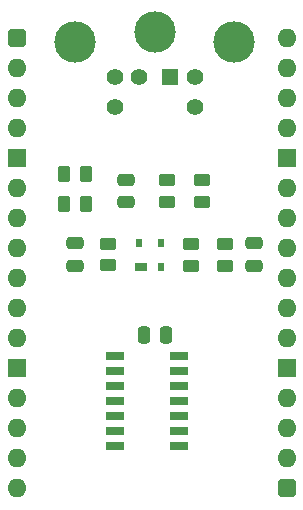
<source format=gbr>
%TF.GenerationSoftware,KiCad,Pcbnew,7.0.5*%
%TF.CreationDate,2023-12-17T19:31:25+02:00*%
%TF.ProjectId,PS2 Timing,50533220-5469-46d6-996e-672e6b696361,rev?*%
%TF.SameCoordinates,Original*%
%TF.FileFunction,Soldermask,Top*%
%TF.FilePolarity,Negative*%
%FSLAX46Y46*%
G04 Gerber Fmt 4.6, Leading zero omitted, Abs format (unit mm)*
G04 Created by KiCad (PCBNEW 7.0.5) date 2023-12-17 19:31:25*
%MOMM*%
%LPD*%
G01*
G04 APERTURE LIST*
G04 Aperture macros list*
%AMRoundRect*
0 Rectangle with rounded corners*
0 $1 Rounding radius*
0 $2 $3 $4 $5 $6 $7 $8 $9 X,Y pos of 4 corners*
0 Add a 4 corners polygon primitive as box body*
4,1,4,$2,$3,$4,$5,$6,$7,$8,$9,$2,$3,0*
0 Add four circle primitives for the rounded corners*
1,1,$1+$1,$2,$3*
1,1,$1+$1,$4,$5*
1,1,$1+$1,$6,$7*
1,1,$1+$1,$8,$9*
0 Add four rect primitives between the rounded corners*
20,1,$1+$1,$2,$3,$4,$5,0*
20,1,$1+$1,$4,$5,$6,$7,0*
20,1,$1+$1,$6,$7,$8,$9,0*
20,1,$1+$1,$8,$9,$2,$3,0*%
G04 Aperture macros list end*
%ADD10RoundRect,0.250000X-0.475000X0.250000X-0.475000X-0.250000X0.475000X-0.250000X0.475000X0.250000X0*%
%ADD11RoundRect,0.250000X0.262500X0.450000X-0.262500X0.450000X-0.262500X-0.450000X0.262500X-0.450000X0*%
%ADD12RoundRect,0.250000X0.250000X0.475000X-0.250000X0.475000X-0.250000X-0.475000X0.250000X-0.475000X0*%
%ADD13RoundRect,0.250000X-0.450000X0.262500X-0.450000X-0.262500X0.450000X-0.262500X0.450000X0.262500X0*%
%ADD14RoundRect,0.250000X0.475000X-0.250000X0.475000X0.250000X-0.475000X0.250000X-0.475000X-0.250000X0*%
%ADD15RoundRect,0.400000X-0.400000X-0.400000X0.400000X-0.400000X0.400000X0.400000X-0.400000X0.400000X0*%
%ADD16O,1.600000X1.600000*%
%ADD17R,1.600000X1.600000*%
%ADD18C,3.510000*%
%ADD19R,1.400000X1.400000*%
%ADD20C,1.400000*%
%ADD21R,1.000000X0.700000*%
%ADD22R,0.600000X0.700000*%
%ADD23R,1.550000X0.650000*%
G04 APERTURE END LIST*
D10*
%TO.C,C1*%
X123596400Y-65309200D03*
X123596400Y-67209200D03*
%TD*%
D11*
%TO.C,R4*%
X120165500Y-64780000D03*
X118340500Y-64780000D03*
%TD*%
D12*
%TO.C,C2*%
X126968800Y-78435200D03*
X125068800Y-78435200D03*
%TD*%
D13*
%TO.C,R1*%
X129042000Y-70745500D03*
X129042000Y-72570500D03*
%TD*%
D14*
%TO.C,C4*%
X134366000Y-72592000D03*
X134366000Y-70692000D03*
%TD*%
D13*
%TO.C,R8*%
X127060800Y-65330700D03*
X127060800Y-67155700D03*
%TD*%
D15*
%TO.C,J2*%
X114300000Y-53340000D03*
D16*
X114300000Y-55880000D03*
X114300000Y-58420000D03*
X114300000Y-60960000D03*
D17*
X114300000Y-63500000D03*
D16*
X114300000Y-66040000D03*
X114300000Y-68580000D03*
X114300000Y-71120000D03*
X114300000Y-73660000D03*
X114300000Y-76200000D03*
X114300000Y-78740000D03*
D17*
X114300000Y-81280000D03*
D16*
X114300000Y-83820000D03*
X114300000Y-86360000D03*
X114300000Y-88900000D03*
X114300000Y-91440000D03*
D15*
X137160000Y-91440000D03*
D16*
X137160000Y-88900000D03*
X137160000Y-86360000D03*
X137160000Y-83820000D03*
D17*
X137160000Y-81280000D03*
D16*
X137160000Y-78740000D03*
X137160000Y-76200000D03*
X137160000Y-73660000D03*
X137160000Y-71120000D03*
X137160000Y-68580000D03*
X137160000Y-66040000D03*
D17*
X137160000Y-63500000D03*
D16*
X137160000Y-60960000D03*
X137160000Y-58420000D03*
X137160000Y-55880000D03*
X137160000Y-53340000D03*
%TD*%
D18*
%TO.C,J4*%
X119234000Y-53632000D03*
X125984000Y-52832000D03*
X132734000Y-53632000D03*
D19*
X127284000Y-56632000D03*
D20*
X124684000Y-56632000D03*
X129384000Y-56632000D03*
X122584000Y-56632000D03*
X129384000Y-59132000D03*
X122584000Y-59132000D03*
%TD*%
D21*
%TO.C,D1*%
X124853000Y-72658000D03*
D22*
X126553000Y-72658000D03*
X126553000Y-70658000D03*
X124653000Y-70658000D03*
%TD*%
D11*
%TO.C,R5*%
X120165500Y-67320000D03*
X118340500Y-67320000D03*
%TD*%
D14*
%TO.C,C3*%
X119253000Y-72592000D03*
X119253000Y-70692000D03*
%TD*%
D13*
%TO.C,R6*%
X129956400Y-65330700D03*
X129956400Y-67155700D03*
%TD*%
D23*
%TO.C,IC4*%
X122598600Y-80264000D03*
X122598600Y-81534000D03*
X122598600Y-82804000D03*
X122598600Y-84074000D03*
X122598600Y-85344000D03*
X122598600Y-86614000D03*
X122598600Y-87884000D03*
X128048600Y-87884000D03*
X128048600Y-86614000D03*
X128048600Y-85344000D03*
X128048600Y-84074000D03*
X128048600Y-82804000D03*
X128048600Y-81534000D03*
X128048600Y-80264000D03*
%TD*%
D13*
%TO.C,R3*%
X122057000Y-70715500D03*
X122057000Y-72540500D03*
%TD*%
%TO.C,R2*%
X131963000Y-70745500D03*
X131963000Y-72570500D03*
%TD*%
M02*

</source>
